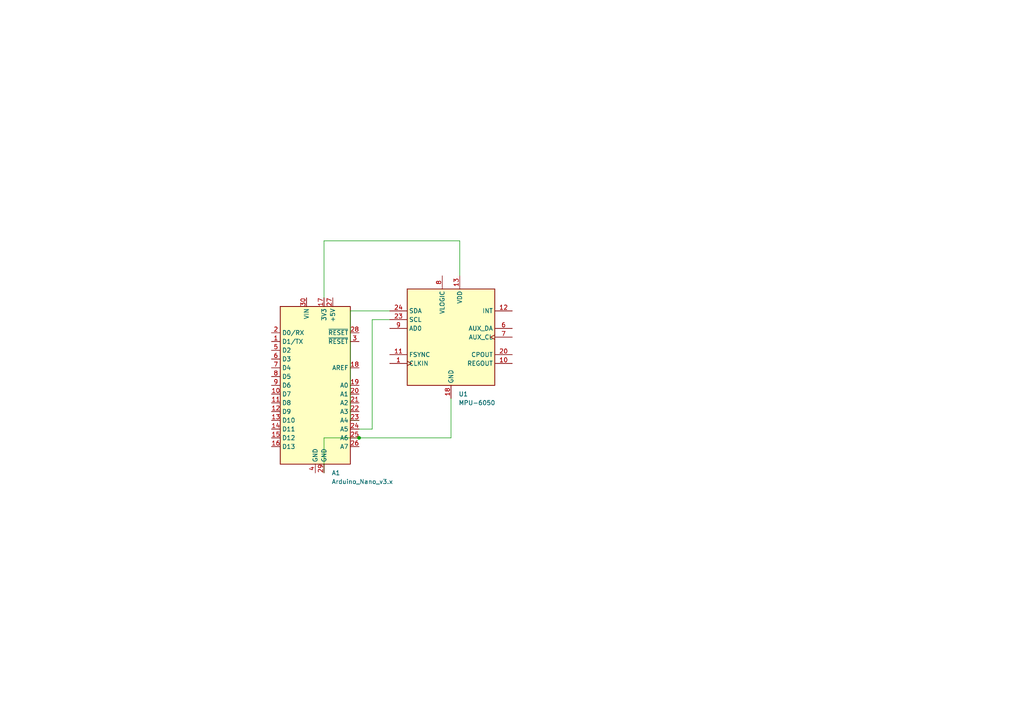
<source format=kicad_sch>
(kicad_sch (version 20231120) (generator "eeschema") (generator_version "8.0")
  (paper "A4")
  (lib_symbols
    (symbol "MCU_Module:Arduino_Nano_v3.x"
      (property "Reference" "A" (at -10.16 23.495 0))
      (property "Value" "Arduino_Nano_v3.x" (at 5.08 -24.13 0))
      (symbol "Arduino_Nano_v3.x_0_1"
        (rectangle (start -10.16 22.86) (end 10.16 -22.86) (stroke (width 0.254)) (fill (type background)))
      )
      (symbol "Arduino_Nano_v3.x_1_1"
        (pin bidirectional line (at -12.7 12.7 0) (length 2.54) (name "D1/TX") (number "1"))
        (pin bidirectional line (at -12.7 -2.54 0) (length 2.54) (name "D7") (number "10"))
        (pin bidirectional line (at -12.7 -5.08 0) (length 2.54) (name "D8") (number "11"))
        (pin bidirectional line (at -12.7 -7.62 0) (length 2.54) (name "D9") (number "12"))
        (pin bidirectional line (at -12.7 -10.16 0) (length 2.54) (name "D10") (number "13"))
        (pin bidirectional line (at -12.7 -12.7 0) (length 2.54) (name "D11") (number "14"))
        (pin bidirectional line (at -12.7 -15.24 0) (length 2.54) (name "D12") (number "15"))
        (pin bidirectional line (at -12.7 -17.78 0) (length 2.54) (name "D13") (number "16"))
        (pin power_out line (at 2.54 25.4 270) (length 2.54) (name "3V3") (number "17"))
        (pin input line (at 12.7 5.08 180) (length 2.54) (name "AREF") (number "18"))
        (pin bidirectional line (at 12.7 0 180) (length 2.54) (name "A0") (number "19"))
        (pin bidirectional line (at -12.7 15.24 0) (length 2.54) (name "D0/RX") (number "2"))
        (pin bidirectional line (at 12.7 -2.54 180) (length 2.54) (name "A1") (number "20"))
        (pin bidirectional line (at 12.7 -5.08 180) (length 2.54) (name "A2") (number "21"))
        (pin bidirectional line (at 12.7 -7.62 180) (length 2.54) (name "A3") (number "22"))
        (pin bidirectional line (at 12.7 -10.16 180) (length 2.54) (name "A4") (number "23"))
        (pin bidirectional line (at 12.7 -12.7 180) (length 2.54) (name "A5") (number "24"))
        (pin bidirectional line (at 12.7 -15.24 180) (length 2.54) (name "A6") (number "25"))
        (pin bidirectional line (at 12.7 -17.78 180) (length 2.54) (name "A7") (number "26"))
        (pin power_out line (at 5.08 25.4 270) (length 2.54) (name "+5V") (number "27"))
        (pin input line (at 12.7 15.24 180) (length 2.54) (name "~{RESET}") (number "28"))
        (pin power_in line (at 2.54 -25.4 90) (length 2.54) (name "GND") (number "29"))
        (pin input line (at 12.7 12.7 180) (length 2.54) (name "~{RESET}") (number "3"))
        (pin power_in line (at -2.54 25.4 270) (length 2.54) (name "VIN") (number "30"))
        (pin power_in line (at 0 -25.4 90) (length 2.54) (name "GND") (number "4"))
        (pin bidirectional line (at -12.7 10.16 0) (length 2.54) (name "D2") (number "5"))
        (pin bidirectional line (at -12.7 7.62 0) (length 2.54) (name "D3") (number "6"))
        (pin bidirectional line (at -12.7 5.08 0) (length 2.54) (name "D4") (number "7"))
        (pin bidirectional line (at -12.7 2.54 0) (length 2.54) (name "D5") (number "8"))
        (pin bidirectional line (at -12.7 0 0) (length 2.54) (name "D6") (number "9"))
      )
    )
    (symbol "Sensor_Motion:MPU-6050"
      (property "Reference" "U" (at -11.43 13.97 0))
      (property "Value" "MPU-6050" (at 7.62 -15.24 0))
      (symbol "MPU-6050_0_0"
        (text "" (at 12.7 -2.54 0) (effects (font (size 1.27 1.27))))
      )
      (symbol "MPU-6050_0_1"
        (rectangle (start -12.7 13.97) (end 12.7 -13.97) (stroke (width 0.254)) (fill (type background)))
      )
      (symbol "MPU-6050_1_1"
        (pin input clock (at -17.78 -7.62 0) (length 5.08) (name "CLKIN") (number "1"))
        (pin passive line (at 17.78 -7.62 180) (length 5.08) (name "REGOUT") (number "10"))
        (pin input line (at -17.78 -5.08 0) (length 5.08) (name "FSYNC") (number "11"))
        (pin output line (at 17.78 7.62 180) (length 5.08) (name "INT") (number "12"))
        (pin power_in line (at 2.54 17.78 270) (length 3.81) (name "VDD") (number "13"))
        (pin no_connect line (at -12.7 -10.16 0) (length 2.54) hide (name "NC") (number "14"))
        (pin no_connect line (at 12.7 12.7 180) (length 2.54) hide (name "NC") (number "15"))
        (pin no_connect line (at 12.7 10.16 180) (length 2.54) hide (name "NC") (number "16"))
        (pin no_connect line (at 12.7 5.08 180) (length 2.54) hide (name "NC") (number "17"))
        (pin power_in line (at 0 -17.78 90) (length 3.81) (name "GND") (number "18"))
        (pin no_connect line (at 12.7 -10.16 180) (length 2.54) hide (name "RESV") (number "19"))
        (pin no_connect line (at -12.7 12.7 0) (length 2.54) hide (name "NC") (number "2"))
        (pin passive line (at 17.78 -5.08 180) (length 5.08) (name "CPOUT") (number "20"))
        (pin no_connect line (at 12.7 -2.54 180) (length 2.54) hide (name "RESV") (number "21"))
        (pin no_connect line (at 12.7 -12.7 180) (length 2.54) hide (name "RESV") (number "22"))
        (pin input line (at -17.78 5.08 0) (length 5.08) (name "SCL") (number "23"))
        (pin bidirectional line (at -17.78 7.62 0) (length 5.08) (name "SDA") (number "24"))
        (pin no_connect line (at -12.7 10.16 0) (length 2.54) hide (name "NC") (number "3"))
        (pin no_connect line (at -12.7 0 0) (length 2.54) hide (name "NC") (number "4"))
        (pin no_connect line (at -12.7 -2.54 0) (length 2.54) hide (name "NC") (number "5"))
        (pin bidirectional line (at 17.78 2.54 180) (length 5.08) (name "AUX_DA") (number "6"))
        (pin output clock (at 17.78 0 180) (length 5.08) (name "AUX_CL") (number "7"))
        (pin power_in line (at -2.54 17.78 270) (length 3.81) (name "VLOGIC") (number "8"))
        (pin input line (at -17.78 2.54 0) (length 5.08) (name "AD0") (number "9"))
      )
    )
  )
  (junction (at 104.14 127))
  (wire (pts (xy 107.95 92.71) (xy 113.03 92.71)))
  (wire (pts (xy 101.6 90.17) (xy 101.6 121.92)))
  (wire (pts (xy 130.81 127) (xy 104.14 127)))
  (wire (pts (xy 93.98 137.16) (xy 93.98 127)))
  (wire (pts (xy 104.14 127) (xy 93.98 127)))
  (wire (pts (xy 107.95 124.46) (xy 107.95 92.71)))
  (wire (pts (xy 133.35 69.85) (xy 133.35 80.01)))
  (wire (pts (xy 93.98 69.85) (xy 93.98 86.36)))
  (wire (pts (xy 104.14 124.46) (xy 107.95 124.46)))
  (wire (pts (xy 104.14 121.92) (xy 101.6 121.92)))
  (wire (pts (xy 93.98 69.85) (xy 133.35 69.85)))
  (wire (pts (xy 130.81 115.57) (xy 130.81 127)))
  (wire (pts (xy 101.6 90.17) (xy 113.03 90.17)))
  (symbol (lib_id "MCU_Module:Arduino_Nano_v3.x") (at 91.44 111.76 0) (unit 1)
    (property "Reference" "A1" (at 96.1741 137.16 0) (effects (justify left)))
    (property "Value" "Arduino_Nano_v3.x" (at 96.1741 139.7 0) (effects (justify left)))
    (property "Footprint" "Module:Arduino_Nano" (effects (hide yes)))
    (property "Datasheet" "http://www.mouser.com/pdfdocs/Gravitech_Arduino_Nano3_0.pdf" (effects (hide yes)))
    (property "Description" "Arduino Nano v3.x" (effects (hide yes)))
  )
  (symbol (lib_id "Sensor_Motion:MPU-6050") (at 130.81 97.79 0) (unit 1)
    (property "Reference" "U1" (at 133.0041 114.3 0) (effects (justify left)))
    (property "Value" "MPU-6050" (at 133.0041 116.84 0) (effects (justify left)))
    (property "Footprint" "Sensor_Motion:InvenSense_QFN-24_4x4mm_P0.5mm" (effects (hide yes)))
    (property "Datasheet" "https://invensense.tdk.com/wp-content/uploads/2015/02/MPU-6000-Datasheet1.pdf" (effects (hide yes)))
    (property "Description" "InvenSense 6-Axis Motion Sensor, Gyroscope, Accelerometer, I2C" (effects (hide yes)))
  )
)
</source>
